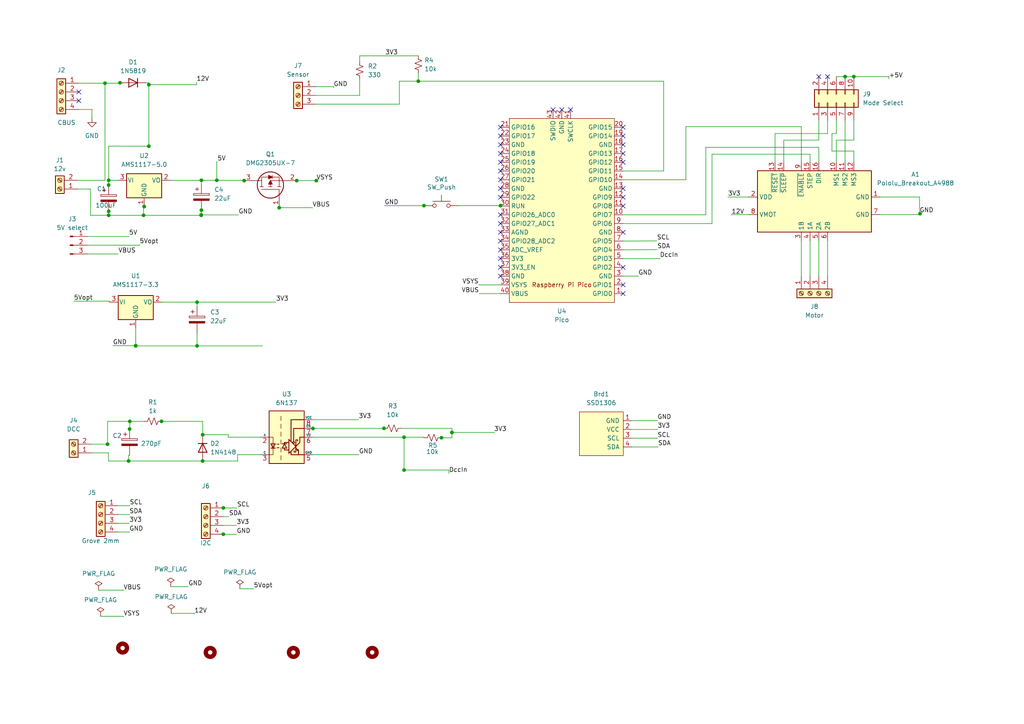
<source format=kicad_sch>
(kicad_sch (version 20211123) (generator eeschema)
  (paper "A4")
  (title_block (title "DCC Stepper Motor Drive") (date "2024-04-04") (rev "2.0") (comment 1 "1 Power supply to A4988 changed to 3v3") (comment 2 "2 Interface for sensor added") (comment 3 "3 Oled added"))
  (lib_symbols
    (symbol "Connector:Conn_01x03_Male" (pin_names (offset 1.016) hide)
      (property "Reference" "J" (at 0 5.08 0))
      (property "Value" "Conn_01x03_Male" (at 0 -5.08 0))
      (symbol "Conn_01x03_Male_1_1"
        (polyline (pts (xy 1.27 -2.54) (xy 0.8636 -2.54)) (stroke (width 0.1524)))
        (polyline (pts (xy 1.27 0) (xy 0.8636 0)) (stroke (width 0.1524)))
        (polyline (pts (xy 1.27 2.54) (xy 0.8636 2.54)) (stroke (width 0.1524)))
        (rectangle (start 0.8636 -2.413) (end 0 -2.667) (stroke (width 0.1524)) (fill (type outline)))
        (rectangle (start 0.8636 0.127) (end 0 -0.127) (stroke (width 0.1524)) (fill (type outline)))
        (rectangle (start 0.8636 2.667) (end 0 2.413) (stroke (width 0.1524)) (fill (type outline)))
        (pin passive line (at 5.08 2.54 180) (length 3.81) (name "Pin_1") (number "1"))
        (pin passive line (at 5.08 0 180) (length 3.81) (name "Pin_2") (number "2"))
        (pin passive line (at 5.08 -2.54 180) (length 3.81) (name "Pin_3") (number "3"))
      )
    )
    (symbol "Connector:Screw_Terminal_01x02" (pin_names (offset 1.016) hide)
      (property "Reference" "J" (at 0 2.54 0))
      (property "Value" "Screw_Terminal_01x02" (at 0 -5.08 0))
      (symbol "Screw_Terminal_01x02_1_1"
        (rectangle (start -1.27 1.27) (end 1.27 -3.81) (stroke (width 0.254)) (fill (type background)))
        (circle (center 0 -2.54) (radius 0.635) (stroke (width 0.1524)))
        (polyline (pts (xy -0.5334 -2.2098) (xy 0.3302 -3.048)) (stroke (width 0.1524)))
        (polyline (pts (xy -0.5334 0.3302) (xy 0.3302 -0.508)) (stroke (width 0.1524)))
        (polyline (pts (xy -0.3556 -2.032) (xy 0.508 -2.8702)) (stroke (width 0.1524)))
        (polyline (pts (xy -0.3556 0.508) (xy 0.508 -0.3302)) (stroke (width 0.1524)))
        (circle (center 0 0) (radius 0.635) (stroke (width 0.1524)))
        (pin passive line (at -5.08 0 0) (length 3.81) (name "Pin_1") (number "1"))
        (pin passive line (at -5.08 -2.54 0) (length 3.81) (name "Pin_2") (number "2"))
      )
    )
    (symbol "Connector:Screw_Terminal_01x03" (pin_names (offset 1.016) hide)
      (property "Reference" "J" (at 0 5.08 0))
      (property "Value" "Screw_Terminal_01x03" (at 0 -5.08 0))
      (symbol "Screw_Terminal_01x03_1_1"
        (rectangle (start -1.27 3.81) (end 1.27 -3.81) (stroke (width 0.254)) (fill (type background)))
        (circle (center 0 -2.54) (radius 0.635) (stroke (width 0.1524)))
        (polyline (pts (xy -0.5334 -2.2098) (xy 0.3302 -3.048)) (stroke (width 0.1524)))
        (polyline (pts (xy -0.5334 0.3302) (xy 0.3302 -0.508)) (stroke (width 0.1524)))
        (polyline (pts (xy -0.5334 2.8702) (xy 0.3302 2.032)) (stroke (width 0.1524)))
        (polyline (pts (xy -0.3556 -2.032) (xy 0.508 -2.8702)) (stroke (width 0.1524)))
        (polyline (pts (xy -0.3556 0.508) (xy 0.508 -0.3302)) (stroke (width 0.1524)))
        (polyline (pts (xy -0.3556 3.048) (xy 0.508 2.2098)) (stroke (width 0.1524)))
        (circle (center 0 0) (radius 0.635) (stroke (width 0.1524)))
        (circle (center 0 2.54) (radius 0.635) (stroke (width 0.1524)))
        (pin passive line (at -5.08 2.54 0) (length 3.81) (name "Pin_1") (number "1"))
        (pin passive line (at -5.08 0 0) (length 3.81) (name "Pin_2") (number "2"))
        (pin passive line (at -5.08 -2.54 0) (length 3.81) (name "Pin_3") (number "3"))
      )
    )
    (symbol "Connector:Screw_Terminal_01x04" (pin_names (offset 1.016) hide)
      (property "Reference" "J" (at 0 5.08 0))
      (property "Value" "Screw_Terminal_01x04" (at 0 -7.62 0))
      (symbol "Screw_Terminal_01x04_1_1"
        (rectangle (start -1.27 3.81) (end 1.27 -6.35) (stroke (width 0.254)) (fill (type background)))
        (circle (center 0 -5.08) (radius 0.635) (stroke (width 0.1524)))
        (circle (center 0 -2.54) (radius 0.635) (stroke (width 0.1524)))
        (polyline (pts (xy -0.5334 -4.7498) (xy 0.3302 -5.588)) (stroke (width 0.1524)))
        (polyline (pts (xy -0.5334 -2.2098) (xy 0.3302 -3.048)) (stroke (width 0.1524)))
        (polyline (pts (xy -0.5334 0.3302) (xy 0.3302 -0.508)) (stroke (width 0.1524)))
        (polyline (pts (xy -0.5334 2.8702) (xy 0.3302 2.032)) (stroke (width 0.1524)))
        (polyline (pts (xy -0.3556 -4.572) (xy 0.508 -5.4102)) (stroke (width 0.1524)))
        (polyline (pts (xy -0.3556 -2.032) (xy 0.508 -2.8702)) (stroke (width 0.1524)))
        (polyline (pts (xy -0.3556 0.508) (xy 0.508 -0.3302)) (stroke (width 0.1524)))
        (polyline (pts (xy -0.3556 3.048) (xy 0.508 2.2098)) (stroke (width 0.1524)))
        (circle (center 0 0) (radius 0.635) (stroke (width 0.1524)))
        (circle (center 0 2.54) (radius 0.635) (stroke (width 0.1524)))
        (pin passive line (at -5.08 2.54 0) (length 3.81) (name "Pin_1") (number "1"))
        (pin passive line (at -5.08 0 0) (length 3.81) (name "Pin_2") (number "2"))
        (pin passive line (at -5.08 -2.54 0) (length 3.81) (name "Pin_3") (number "3"))
        (pin passive line (at -5.08 -5.08 0) (length 3.81) (name "Pin_4") (number "4"))
      )
    )
    (symbol "Connector_Generic:Conn_02x05_Odd_Even" (pin_names (offset 1.016) hide)
      (property "Reference" "J" (at 1.27 7.62 0))
      (property "Value" "Conn_02x05_Odd_Even" (at 1.27 -7.62 0))
      (symbol "Conn_02x05_Odd_Even_1_1"
        (rectangle (start -1.27 -4.953) (end 0 -5.207) (stroke (width 0.1524)))
        (rectangle (start -1.27 -2.413) (end 0 -2.667) (stroke (width 0.1524)))
        (rectangle (start -1.27 0.127) (end 0 -0.127) (stroke (width 0.1524)))
        (rectangle (start -1.27 2.667) (end 0 2.413) (stroke (width 0.1524)))
        (rectangle (start -1.27 5.207) (end 0 4.953) (stroke (width 0.1524)))
        (rectangle (start -1.27 6.35) (end 3.81 -6.35) (stroke (width 0.254)) (fill (type background)))
        (rectangle (start 3.81 -4.953) (end 2.54 -5.207) (stroke (width 0.1524)))
        (rectangle (start 3.81 -2.413) (end 2.54 -2.667) (stroke (width 0.1524)))
        (rectangle (start 3.81 0.127) (end 2.54 -0.127) (stroke (width 0.1524)))
        (rectangle (start 3.81 2.667) (end 2.54 2.413) (stroke (width 0.1524)))
        (rectangle (start 3.81 5.207) (end 2.54 4.953) (stroke (width 0.1524)))
        (pin passive line (at -5.08 5.08 0) (length 3.81) (name "Pin_1") (number "1"))
        (pin passive line (at 7.62 -5.08 180) (length 3.81) (name "Pin_10") (number "10"))
        (pin passive line (at 7.62 5.08 180) (length 3.81) (name "Pin_2") (number "2"))
        (pin passive line (at -5.08 2.54 0) (length 3.81) (name "Pin_3") (number "3"))
        (pin passive line (at 7.62 2.54 180) (length 3.81) (name "Pin_4") (number "4"))
        (pin passive line (at -5.08 0 0) (length 3.81) (name "Pin_5") (number "5"))
        (pin passive line (at 7.62 0 180) (length 3.81) (name "Pin_6") (number "6"))
        (pin passive line (at -5.08 -2.54 0) (length 3.81) (name "Pin_7") (number "7"))
        (pin passive line (at 7.62 -2.54 180) (length 3.81) (name "Pin_8") (number "8"))
        (pin passive line (at -5.08 -5.08 0) (length 3.81) (name "Pin_9") (number "9"))
      )
    )
    (symbol "DMG2305UX-7:DMG2305UX-7" (pin_names (offset 0.762))
      (property "Reference" "Q" (at 11.43 3.81 0))
      (property "Value" "DMG2305UX-7" (at 11.43 1.27 0))
      (symbol "DMG2305UX-7_0_0"
        (pin passive line (at 0 0 0) (length 2.54) (name "~") (number "1"))
        (pin passive line (at 7.62 -5.08 90) (length 2.54) (name "~") (number "2"))
        (pin passive line (at 7.62 10.16 270) (length 2.54) (name "~") (number "3"))
      )
      (symbol "DMG2305UX-7_0_1"
        (polyline (pts (xy 5.842 -0.508) (xy 5.842 0.508)) (stroke (width 0.1524)))
        (polyline (pts (xy 5.842 0) (xy 7.62 0)) (stroke (width 0.1524)))
        (polyline (pts (xy 5.842 2.032) (xy 5.842 3.048)) (stroke (width 0.1524)))
        (polyline (pts (xy 5.842 5.588) (xy 5.842 4.572)) (stroke (width 0.1524)))
        (polyline (pts (xy 7.62 2.54) (xy 5.842 2.54)) (stroke (width 0.1524)))
        (polyline (pts (xy 7.62 2.54) (xy 7.62 -2.54)) (stroke (width 0.1524)))
        (polyline (pts (xy 7.62 5.08) (xy 5.842 5.08)) (stroke (width 0.1524)))
        (polyline (pts (xy 7.62 5.08) (xy 7.62 7.62)) (stroke (width 0.1524)))
        (polyline (pts (xy 8.128 2.032) (xy 9.144 2.032)) (stroke (width 0.1524)))
        (polyline (pts (xy 2.54 0) (xy 5.08 0) (xy 5.08 5.08)) (stroke (width 0.1524)))
        (polyline (pts (xy 8.636 2.032) (xy 8.636 0) (xy 7.62 0)) (stroke (width 0.1524)))
        (polyline (pts (xy 8.636 3.048) (xy 8.636 5.08) (xy 7.62 5.08)) (stroke (width 0.1524)))
        (polyline (pts (xy 7.62 2.54) (xy 6.604 3.048) (xy 6.604 2.032) (xy 7.62 2.54)) (stroke (width 0.254)) (fill (type outline)))
        (polyline (pts (xy 8.636 2.032) (xy 8.128 3.048) (xy 9.144 3.048) (xy 8.636 2.032)) (stroke (width 0.254)) (fill (type outline)))
        (circle (center 6.35 2.54) (radius 3.81) (stroke (width 0.254)))
      )
    )
    (symbol "Device:C_Polarized" (pin_numbers hide) (pin_names (offset 0.254))
      (property "Reference" "C" (at 0.635 2.54 0))
      (property "Value" "C_Polarized" (at 0.635 -2.54 0))
      (symbol "C_Polarized_0_1"
        (rectangle (start -2.286 0.508) (end 2.286 1.016))
        (polyline (pts (xy -1.778 2.286) (xy -0.762 2.286)))
        (polyline (pts (xy -1.27 2.794) (xy -1.27 1.778)))
        (rectangle (start 2.286 -0.508) (end -2.286 -1.016) (fill (type outline)))
      )
      (symbol "C_Polarized_1_1"
        (pin passive line (at 0 3.81 270) (length 2.794) (name "~") (number "1"))
        (pin passive line (at 0 -3.81 90) (length 2.794) (name "~") (number "2"))
      )
    )
    (symbol "Device:R_Small_US" (pin_numbers hide) (pin_names (offset 0.254) hide)
      (property "Reference" "R" (at 0.762 0.508 0))
      (property "Value" "R_Small_US" (at 0.762 -1.016 0))
      (symbol "R_Small_US_1_1"
        (polyline (pts (xy 0 0) (xy 1.016 -0.381) (xy 0 -0.762) (xy -1.016 -1.143) (xy 0 -1.524)))
        (polyline (pts (xy 0 1.524) (xy 1.016 1.143) (xy 0 0.762) (xy -1.016 0.381) (xy 0 0)))
        (pin passive line (at 0 2.54 270) (length 1.016) (name "~") (number "1"))
        (pin passive line (at 0 -2.54 90) (length 1.016) (name "~") (number "2"))
      )
    )
    (symbol "Diode:1N4004" (pin_numbers hide) (pin_names hide)
      (property "Reference" "D" (at 0 2.54 0))
      (property "Value" "1N4004" (at 0 -2.54 0))
      (symbol "1N4004_0_1"
        (polyline (pts (xy -1.27 1.27) (xy -1.27 -1.27)) (stroke (width 0.254)))
        (polyline (pts (xy 1.27 0) (xy -1.27 0)))
        (polyline (pts (xy 1.27 1.27) (xy 1.27 -1.27) (xy -1.27 0) (xy 1.27 1.27)) (stroke (width 0.254)))
      )
      (symbol "1N4004_1_1"
        (pin passive line (at -3.81 0 0) (length 2.54) (name "K") (number "1"))
        (pin passive line (at 3.81 0 180) (length 2.54) (name "A") (number "2"))
      )
    )
    (symbol "Diode:1N4148" (pin_numbers hide) (pin_names hide)
      (property "Reference" "D" (at 0 2.54 0))
      (property "Value" "1N4148" (at 0 -2.54 0))
      (symbol "1N4148_0_1"
        (polyline (pts (xy -1.27 1.27) (xy -1.27 -1.27)) (stroke (width 0.254)))
        (polyline (pts (xy 1.27 0) (xy -1.27 0)))
        (polyline (pts (xy 1.27 1.27) (xy 1.27 -1.27) (xy -1.27 0) (xy 1.27 1.27)) (stroke (width 0.254)))
      )
      (symbol "1N4148_1_1"
        (pin passive line (at -3.81 0 0) (length 2.54) (name "K") (number "1"))
        (pin passive line (at 3.81 0 180) (length 2.54) (name "A") (number "2"))
      )
    )
    (symbol "Driver_Motor:Pololu_Breakout_A4988"
      (property "Reference" "A" (at -2.54 19.05 0))
      (property "Value" "Pololu_Breakout_A4988" (at -2.54 16.51 0))
      (symbol "Pololu_Breakout_A4988_0_1"
        (rectangle (start 10.16 -17.78) (end -7.62 15.24) (stroke (width 0.254)) (fill (type background)))
      )
      (symbol "Pololu_Breakout_A4988_1_1"
        (pin power_in line (at 0 -20.32 90) (length 2.54) (name "GND") (number "1"))
        (pin input line (at -10.16 -7.62 0) (length 2.54) (name "MS1") (number "10"))
        (pin input line (at -10.16 -10.16 0) (length 2.54) (name "MS2") (number "11"))
        (pin input line (at -10.16 -12.7 0) (length 2.54) (name "MS3") (number "12"))
        (pin input line (at -10.16 10.16 0) (length 2.54) (name "~{RESET}") (number "13"))
        (pin input line (at -10.16 7.62 0) (length 2.54) (name "~{SLEEP}") (number "14"))
        (pin input line (at -10.16 0 0) (length 2.54) (name "STEP") (number "15"))
        (pin input line (at -10.16 -2.54 0) (length 2.54) (name "DIR") (number "16"))
        (pin power_in line (at 0 17.78 270) (length 2.54) (name "VDD") (number "2"))
        (pin output line (at 12.7 2.54 180) (length 2.54) (name "1B") (number "3"))
        (pin output line (at 12.7 0 180) (length 2.54) (name "1A") (number "4"))
        (pin output line (at 12.7 -2.54 180) (length 2.54) (name "2A") (number "5"))
        (pin output line (at 12.7 -5.08 180) (length 2.54) (name "2B") (number "6"))
        (pin power_in line (at 5.08 -20.32 90) (length 2.54) (name "GND") (number "7"))
        (pin power_in line (at 5.08 17.78 270) (length 2.54) (name "VMOT") (number "8"))
        (pin input line (at -10.16 2.54 0) (length 2.54) (name "~{ENABLE}") (number "9"))
      )
    )
    (symbol "Isolator:6N137" (pin_names (offset 0))
      (property "Reference" "U" (at -4.064 8.89 0))
      (property "Value" "6N137" (at 0 -8.89 0))
      (symbol "6N137_0_1"
        (polyline (pts (xy 2.667 -3.556) (xy 2.667 -1.651)) (stroke (width 0.254)))
        (polyline (pts (xy 2.667 -2.159) (xy 2.667 -2.921)) (stroke (width 0.254)))
        (polyline (pts (xy 3.429 -3.937) (xy 3.429 -5.08)) (stroke (width 0.254)))
        (polyline (pts (xy -0.635 -3.302) (xy -0.635 -3.683) (xy 0.635 -3.683)) (stroke (width 0.254)))
        (polyline (pts (xy -0.635 -1.905) (xy -0.635 -1.524) (xy 0.508 -1.524)) (stroke (width 0.254)))
        (polyline (pts (xy 1.27 -4.064) (xy 1.27 -5.08) (xy 5.08 -5.08)) (stroke (width 0.254)))
        (polyline (pts (xy 1.27 -1.27) (xy 1.27 5.08) (xy 5.08 5.08)) (stroke (width 0.254)))
        (polyline (pts (xy 2.032 -1.27) (xy 2.032 2.54) (xy 5.08 2.54)) (stroke (width 0.254)))
        (polyline (pts (xy -5.08 -5.08) (xy -3.937 -5.08) (xy -3.937 0) (xy -5.08 0)))
        (polyline (pts (xy 2.667 -3.302) (xy 2.667 -4.318) (xy 2.159 -4.318) (xy 2.159 -3.937)) (stroke (width 0.254)))
        (polyline (pts (xy 2.667 -2.667) (xy 0.635 -4.699) (xy 0.635 -0.635) (xy 2.667 -2.667)) (stroke (width 0.254)))
        (polyline (pts (xy 2.667 -1.778) (xy 2.667 -0.762) (xy 3.175 -0.762) (xy 3.175 -1.143)) (stroke (width 0.254)))
        (polyline (pts (xy 2.794 -2.54) (xy 3.81 -1.524) (xy 3.81 0) (xy 5.08 0)) (stroke (width 0.254)))
        (polyline (pts (xy 2.667 -3.175) (xy 3.429 -3.937) (xy 3.302 -3.556) (xy 3.048 -3.81) (xy 3.429 -3.937)) (stroke (width 0.254)))
        (circle (center 2.032 -1.524) (radius 0.254) (stroke (width 0.254)))
      )
      (symbol "6N137_1_1"
        (rectangle (start -5.08 7.62) (end 5.08 -7.62) (stroke (width 0.254)) (fill (type background)))
        (polyline (pts (xy -4.572 -3.175) (xy -3.302 -3.175)) (stroke (width 0.254)))
        (polyline (pts (xy -1.651 -5.334) (xy -1.651 -6.604)))
        (polyline (pts (xy -1.651 -3.048) (xy -1.651 -4.318)))
        (polyline (pts (xy -1.651 -0.762) (xy -1.651 -2.032)))
        (polyline (pts (xy -1.651 1.524) (xy -1.651 0.254)))
        (polyline (pts (xy -1.651 3.81) (xy -1.651 2.54)))
        (polyline (pts (xy -1.651 6.096) (xy -1.651 4.826)))
        (polyline (pts (xy -1.27 -1.905) (xy 0 -1.905)) (stroke (width 0.254)))
        (polyline (pts (xy -3.937 -3.175) (xy -4.572 -1.905) (xy -3.302 -1.905) (xy -3.937 -3.175)) (stroke (width 0.254)))
        (polyline (pts (xy -0.635 -1.905) (xy -1.27 -3.175) (xy 0 -3.175) (xy -0.635 -1.905)) (stroke (width 0.254)))
        (polyline (pts (xy -2.921 -3.048) (xy -2.159 -3.048) (xy -2.54 -3.175) (xy -2.54 -2.921) (xy -2.159 -3.048)) (stroke (width 0.127)))
        (polyline (pts (xy -2.921 -2.032) (xy -2.159 -2.032) (xy -2.54 -2.159) (xy -2.54 -1.905) (xy -2.159 -2.032)) (stroke (width 0.127)))
        (pin no_connect line (at -5.08 5.08 0) (length 2.54) hide (name "NC") (number "1"))
        (pin passive line (at -7.62 0 0) (length 2.54) (name "A") (number "2"))
        (pin passive line (at -7.62 -5.08 0) (length 2.54) (name "C") (number "3"))
        (pin power_in line (at 7.62 -5.08 180) (length 2.54) (name "GND") (number "5"))
        (pin open_collector line (at 7.62 0 180) (length 2.54) (name "VO") (number "6"))
        (pin input line (at 7.62 2.54 180) (length 2.54) (name "EN") (number "7"))
        (pin power_in line (at 7.62 5.08 180) (length 2.54) (name "VCC") (number "8"))
      )
    )
    (symbol "MCU_RaspberryPi_and_Boards:Pico"
      (property "Reference" "U" (at -13.97 27.94 0))
      (property "Value" "Pico" (at 0 19.05 0))
      (symbol "Pico_0_0"
        (text "Raspberry Pi Pico" (at 0 21.59 0) (effects (font (size 1.27 1.27))))
      )
      (symbol "Pico_0_1"
        (rectangle (start -15.24 26.67) (end 15.24 -26.67) (fill (type background)))
      )
      (symbol "Pico_1_1"
        (pin bidirectional line (at -17.78 24.13 0) (length 2.54) (name "GPIO0") (number "1"))
        (pin bidirectional line (at -17.78 1.27 0) (length 2.54) (name "GPIO7") (number "10"))
        (pin bidirectional line (at -17.78 -1.27 0) (length 2.54) (name "GPIO8") (number "11"))
        (pin bidirectional line (at -17.78 -3.81 0) (length 2.54) (name "GPIO9") (number "12"))
        (pin power_in line (at -17.78 -6.35 0) (length 2.54) (name "GND") (number "13"))
        (pin bidirectional line (at -17.78 -8.89 0) (length 2.54) (name "GPIO10") (number "14"))
        (pin bidirectional line (at -17.78 -11.43 0) (length 2.54) (name "GPIO11") (number "15"))
        (pin bidirectional line (at -17.78 -13.97 0) (length 2.54) (name "GPIO12") (number "16"))
        (pin bidirectional line (at -17.78 -16.51 0) (length 2.54) (name "GPIO13") (number "17"))
        (pin power_in line (at -17.78 -19.05 0) (length 2.54) (name "GND") (number "18"))
        (pin bidirectional line (at -17.78 -21.59 0) (length 2.54) (name "GPIO14") (number "19"))
        (pin bidirectional line (at -17.78 21.59 0) (length 2.54) (name "GPIO1") (number "2"))
        (pin bidirectional line (at -17.78 -24.13 0) (length 2.54) (name "GPIO15") (number "20"))
        (pin bidirectional line (at 17.78 -24.13 180) (length 2.54) (name "GPIO16") (number "21"))
        (pin bidirectional line (at 17.78 -21.59 180) (length 2.54) (name "GPIO17") (number "22"))
        (pin power_in line (at 17.78 -19.05 180) (length 2.54) (name "GND") (number "23"))
        (pin bidirectional line (at 17.78 -16.51 180) (length 2.54) (name "GPIO18") (number "24"))
        (pin bidirectional line (at 17.78 -13.97 180) (length 2.54) (name "GPIO19") (number "25"))
        (pin bidirectional line (at 17.78 -11.43 180) (length 2.54) (name "GPIO20") (number "26"))
        (pin bidirectional line (at 17.78 -8.89 180) (length 2.54) (name "GPIO21") (number "27"))
        (pin power_in line (at 17.78 -6.35 180) (length 2.54) (name "GND") (number "28"))
        (pin bidirectional line (at 17.78 -3.81 180) (length 2.54) (name "GPIO22") (number "29"))
        (pin power_in line (at -17.78 19.05 0) (length 2.54) (name "GND") (number "3"))
        (pin input line (at 17.78 -1.27 180) (length 2.54) (name "RUN") (number "30"))
        (pin bidirectional line (at 17.78 1.27 180) (length 2.54) (name "GPIO26_ADC0") (number "31"))
        (pin bidirectional line (at 17.78 3.81 180) (length 2.54) (name "GPIO27_ADC1") (number "32"))
        (pin power_in line (at 17.78 6.35 180) (length 2.54) (name "AGND") (number "33"))
        (pin bidirectional line (at 17.78 8.89 180) (length 2.54) (name "GPIO28_ADC2") (number "34"))
        (pin power_in line (at 17.78 11.43 180) (length 2.54) (name "ADC_VREF") (number "35"))
        (pin power_in line (at 17.78 13.97 180) (length 2.54) (name "3V3") (number "36"))
        (pin input line (at 17.78 16.51 180) (length 2.54) (name "3V3_EN") (number "37"))
        (pin bidirectional line (at 17.78 19.05 180) (length 2.54) (name "GND") (number "38"))
        (pin power_in line (at 17.78 21.59 180) (length 2.54) (name "VSYS") (number "39"))
        (pin bidirectional line (at -17.78 16.51 0) (length 2.54) (name "GPIO2") (number "4"))
        (pin power_in line (at 17.78 24.13 180) (length 2.54) (name "VBUS") (number "40"))
        (pin input line (at -2.54 -29.21 90) (length 2.54) (name "SWCLK") (number "41"))
        (pin power_in line (at 0 -29.21 90) (length 2.54) (name "GND") (number "42"))
        (pin bidirectional line (at 2.54 -29.21 90) (length 2.54) (name "SWDIO") (number "43"))
        (pin bidirectional line (at -17.78 13.97 0) (length 2.54) (name "GPIO3") (number "5"))
        (pin bidirectional line (at -17.78 11.43 0) (length 2.54) (name "GPIO4") (number "6"))
        (pin bidirectional line (at -17.78 8.89 0) (length 2.54) (name "GPIO5") (number "7"))
        (pin power_in line (at -17.78 6.35 0) (length 2.54) (name "GND") (number "8"))
        (pin bidirectional line (at -17.78 3.81 0) (length 2.54) (name "GPIO6") (number "9"))
      )
    )
    (symbol "Mechanical:MountingHole" (pin_names (offset 1.016))
      (property "Reference" "H" (at 0 5.08 0))
      (property "Value" "MountingHole" (at 0 3.175 0))
      (symbol "MountingHole_0_1"
        (circle (center 0 0) (radius 1.27) (stroke (width 1.27)))
      )
    )
    (symbol "Regulator_Linear:AMS1117-3.3" (pin_names (offset 0.254))
      (property "Reference" "U" (at -3.81 3.175 0))
      (property "Value" "AMS1117-3.3" (at 0 3.175 0))
      (symbol "AMS1117-3.3_0_1"
        (rectangle (start -5.08 -5.08) (end 5.08 1.905) (stroke (width 0.254)) (fill (type background)))
      )
      (symbol "AMS1117-3.3_1_1"
        (pin power_in line (at 0 -7.62 90) (length 2.54) (name "GND") (number "1"))
        (pin power_out line (at 7.62 0 180) (length 2.54) (name "VO") (number "2"))
        (pin power_in line (at -7.62 0 0) (length 2.54) (name "VI") (number "3"))
      )
    )
    (symbol "Regulator_Linear:AMS1117-5.0" (pin_names (offset 0.254))
      (property "Reference" "U" (at -3.81 3.175 0))
      (property "Value" "AMS1117-5.0" (at 0 3.175 0))
      (symbol "AMS1117-5.0_0_1"
        (rectangle (start -5.08 -5.08) (end 5.08 1.905) (stroke (width 0.254)) (fill (type background)))
      )
      (symbol "AMS1117-5.0_1_1"
        (pin power_in line (at 0 -7.62 90) (length 2.54) (name "GND") (number "1"))
        (pin power_out line (at 7.62 0 180) (length 2.54) (name "VO") (number "2"))
        (pin power_in line (at -7.62 0 0) (length 2.54) (name "VI") (number "3"))
      )
    )
    (symbol "SSD1306-128x64_OLED:SSD1306" (pin_names (offset 1.016))
      (property "Reference" "Brd" (at 0 -3.81 0))
      (property "Value" "SSD1306" (at 0 -1.27 0))
      (symbol "SSD1306_0_1"
        (rectangle (start -6.35 6.35) (end 6.35 -6.35) (fill (type background)))
      )
      (symbol "SSD1306_1_1"
        (pin input line (at -3.81 8.89 270) (length 2.54) (name "GND") (number "1"))
        (pin input line (at -1.27 8.89 270) (length 2.54) (name "VCC") (number "2"))
        (pin input line (at 1.27 8.89 270) (length 2.54) (name "SCL") (number "3"))
        (pin input line (at 3.81 8.89 270) (length 2.54) (name "SDA") (number "4"))
      )
    )
    (symbol "Switch:SW_Push" (pin_numbers hide) (pin_names (offset 1.016) hide)
      (property "Reference" "SW" (at 1.27 2.54 0))
      (property "Value" "SW_Push" (at 0 -1.524 0))
      (symbol "SW_Push_0_1"
        (circle (center -2.032 0) (radius 0.508))
        (polyline (pts (xy 0 1.27) (xy 0 3.048)))
        (polyline (pts (xy 2.54 1.27) (xy -2.54 1.27)))
        (circle (center 2.032 0) (radius 0.508))
        (pin passive line (at -5.08 0 0) (length 2.54) (name "1") (number "1"))
        (pin passive line (at 5.08 0 180) (length 2.54) (name "2") (number "2"))
      )
    )
    (symbol "power:GND" (power) (pin_names (offset 0))
      (property "Value" "GND" (at 0 -3.81 0))
      (symbol "GND_0_1"
        (polyline (pts (xy 0 0) (xy 0 -1.27) (xy 1.27 -1.27) (xy 0 -2.54) (xy -1.27 -1.27) (xy 0 -1.27)))
      )
      (symbol "GND_1_1"
        (pin power_in line (at 0 0 270) (length 0) hide (name "GND") (number "1"))
      )
    )
    (symbol "power:PWR_FLAG" (power) (pin_numbers hide) (pin_names (offset 0) hide)
      (property "Value" "PWR_FLAG" (at 0 3.81 0))
      (symbol "PWR_FLAG_0_0"
        (pin power_out line (at 0 0 90) (length 0) (name "pwr") (number "1"))
      )
      (symbol "PWR_FLAG_0_1"
        (polyline (pts (xy 0 0) (xy 0 1.27) (xy -1.016 1.905) (xy 0 2.54) (xy 1.016 1.905) (xy 0 1.27)))
      )
    )
  )
  (junction (at 39.37 100.254))
  (junction (at 41.8109 59.9123))
  (junction (at 91.7448 52.3853))
  (junction (at 245.11 22.225))
  (junction (at 30.4493 24.13))
  (junction (at 70.8113 52.3853))
  (junction (at 31.5215 62.4451))
  (junction (at 266.8544 61.976))
  (junction (at 39.37 100.33))
  (junction (at 34.8084 24.0044))
  (junction (at 57.15 100.33))
  (junction (at 31.515 53.6627))
  (junction (at 58.777 126.09))
  (junction (at 64.77 147.32))
  (junction (at 31.1947 128.8215))
  (junction (at 31.5215 52.2923))
  (junction (at 58.777 133.71))
  (junction (at 62.8797 52.2923))
  (junction (at 46.8493 122.2061))
  (junction (at 41.6327 62.4451))
  (junction (at 37.649 122.2061))
  (junction (at 43.1726 24.5656))
  (junction (at 247.65 22.225))
  (junction (at 128.0486 126.9603))
  (junction (at 80.9713 60.2435))
  (junction (at 58.42 52.2923))
  (junction (at 90.7627 124.2657))
  (junction (at 131.077 125.4217))
  (junction (at 43.1726 42.3957))
  (junction (at 37.5804 124.4384))
  (junction (at 31.515 61.2827))
  (junction (at 122.9589 59.646))
  (junction (at 37.3057 133.71))
  (junction (at 145.1614 59.6484))
  (junction (at 64.77 154.94))
  (junction (at 121.3322 23.5497))
  (junction (at 58.3449 62.3352))
  (junction (at 86.0513 52.3853))
  (junction (at 57.15 87.63))
  (junction (at 117.1897 136.3294))
  (junction (at 58.3449 62.4451))
  (junction (at 58.42 60.96))
  (junction (at 111.3621 124.2386))
  (junction (at 117.1897 126.8057))
  (no_connect (at 145.1614 41.9818))
  (no_connect (at 145.1614 57.2218))
  (no_connect (at 145.1614 36.9018))
  (no_connect (at 145.1614 77.5418))
  (no_connect (at 180.7214 47.0618))
  (no_connect (at 145.1614 67.3818))
  (no_connect (at 165.4814 31.8218))
  (no_connect (at 145.1614 44.5218))
  (no_connect (at 145.1614 52.1418))
  (no_connect (at 145.1614 72.4618))
  (no_connect (at 180.7214 85.1618))
  (no_connect (at 22.86 26.67))
  (no_connect (at 180.7214 41.9818))
  (no_connect (at 145.1614 69.9218))
  (no_connect (at 145.1614 80.0818))
  (no_connect (at 145.1614 64.8418))
  (no_connect (at 237.49 22.225))
  (no_connect (at 180.7214 82.6218))
  (no_connect (at 162.9414 31.8218))
  (no_connect (at 180.7214 77.5418))
  (no_connect (at 22.86 29.21))
  (no_connect (at 145.1614 54.6818))
  (no_connect (at 160.4014 31.8218))
  (no_connect (at 145.1614 47.0618))
  (no_connect (at 180.7214 57.2218))
  (no_connect (at 145.1614 39.4418))
  (no_connect (at 180.7214 44.5218))
  (no_connect (at 145.1614 75.0018))
  (no_connect (at 180.7214 59.7618))
  (no_connect (at 180.7214 67.3818))
  (no_connect (at 145.1614 62.3018))
  (no_connect (at 145.1614 49.6018))
  (no_connect (at 240.03 22.225))
  (no_connect (at 180.7214 36.9018))
  (no_connect (at 180.7214 54.6818))
  (no_connect (at 180.7214 39.4418))
  (wire (pts (xy 49.6629 177.9022) (xy 56.3645 177.9022)))
  (wire (pts (xy 43.1726 24.5656) (xy 43.1726 42.3957)))
  (wire (pts (xy 30.4493 24.13) (xy 30.4493 52.2905)))
  (wire (pts (xy 104.3173 17.9161) (xy 104.3173 16.1975)))
  (wire (pts (xy 190.8281 129.6385) (xy 190.8281 129.5532)))
  (wire (pts (xy 138.8415 82.6218) (xy 145.1614 82.6218)))
  (wire (pts (xy 206.5107 44.7196) (xy 206.5107 64.8418)))
  (wire (pts (xy 245.11 34.925) (xy 245.11 46.99)))
  (wire (pts (xy 68.6141 154.987) (xy 64.77 154.987)))
  (wire (pts (xy 29.158 178.7396) (xy 35.8026 178.7396)))
  (wire (pts (xy 66.2318 126.09) (xy 58.777 126.09)))
  (wire (pts (xy 30.4493 24.13) (xy 34.9655 24.13)))
  (wire (pts (xy 91.7448 52.2804) (xy 91.7448 52.3853)))
  (wire (pts (xy 217.17 62.23) (xy 212.1651 62.23)))
  (wire (pts (xy 68.9137 131.8857) (xy 68.9137 133.71)))
  (wire (pts (xy 22.4319 52.2905) (xy 30.4493 52.2905)))
  (wire (pts (xy 69.5822 170.7691) (xy 73.5545 170.7691)))
  (wire (pts (xy 86.0513 52.3922) (xy 86.0513 52.3853)))
  (wire (pts (xy 180.7214 72.4618) (xy 190.6195 72.3977)))
  (wire (pts (xy 70.8113 52.2923) (xy 70.8113 52.3853)))
  (wire (pts (xy 56.3645 177.9022) (xy 56.3645 178.0986)))
  (wire (pts (xy 133.1189 59.646) (xy 145.1614 59.646)))
  (wire (pts (xy 183.2952 124.5585) (xy 190.6588 124.5585)))
  (wire (pts (xy 37.3057 132.0584) (xy 37.5804 132.0584)))
  (wire (pts (xy 25.4 68.58) (xy 37.3926 68.58)))
  (wire (pts (xy 57.15 100.33) (xy 76.2 100.33)))
  (wire (pts (xy 138.9468 85.1618) (xy 145.1614 85.1618)))
  (wire (pts (xy 255.27 62.23) (xy 266.8544 62.23)))
  (wire (pts (xy 26.67 31.75) (xy 26.67 34.29)))
  (wire (pts (xy 31.4487 131.3615) (xy 26.4374 131.3615)))
  (wire (pts (xy 121.3322 23.5497) (xy 115.8324 23.5497)))
  (wire (pts (xy 64.77 147.3282) (xy 64.77 147.32)))
  (wire (pts (xy 198.9334 52.1418) (xy 180.7214 52.1418)))
  (wire (pts (xy 37.3057 133.71) (xy 37.3057 132.0584)))
  (wire (pts (xy 66.2318 126.8057) (xy 66.2318 126.09)))
  (wire (pts (xy 34.29 149.225) (xy 37.4893 149.225)))
  (wire (pts (xy 190.6588 127.0985) (xy 190.6588 127.1829)))
  (wire (pts (xy 49.53 170.18) (xy 54.61 170.18)))
  (wire (pts (xy 117.1897 136.3294) (xy 117.1897 136.4986)))
  (wire (pts (xy 104.3173 27.6746) (xy 104.3173 22.9961)))
  (wire (pts (xy 37.649 124.4384) (xy 37.5804 124.4384)))
  (wire (pts (xy 46.99 87.63) (xy 57.15 87.63)))
  (wire (pts (xy 31.5215 62.4451) (xy 41.6327 62.4451)))
  (wire (pts (xy 68.7162 147.3282) (xy 64.77 147.3282)))
  (wire (pts (xy 91.5231 25.1346) (xy 96.7551 25.1346)))
  (wire (pts (xy 39.37 100.33) (xy 57.15 100.33)))
  (wire (pts (xy 103.9736 121.7257) (xy 103.9736 121.686)))
  (wire (pts (xy 58.3449 62.3352) (xy 58.3449 62.4451)))
  (wire (pts (xy 37.4552 151.765) (xy 37.4552 151.7627)))
  (wire (pts (xy 90.7627 126.8057) (xy 117.1897 126.8057)))
  (wire (pts (xy 39.37 95.25) (xy 39.37 100.254)))
  (wire (pts (xy 62.8797 52.2923) (xy 70.8113 52.2923)))
  (wire (pts (xy 41.8109 59.9123) (xy 41.8606 59.9123)))
  (wire (pts (xy 180.7214 64.8418) (xy 206.5107 64.8418)))
  (wire (pts (xy 241.3 43.815) (xy 241.3 38.735)))
  (wire (pts (xy 180.7214 80.0818) (xy 185.1197 80.0818)))
  (wire (pts (xy 224.79 38.735) (xy 240.03 38.735)))
  (wire (pts (xy 62.8797 52.2923) (xy 62.8797 46.9648)))
  (wire (pts (xy 192.4852 23.5497) (xy 192.4852 49.6018)))
  (wire (pts (xy 35.8026 171.1722) (xy 35.8026 171.3567)))
  (wire (pts (xy 240.03 38.735) (xy 240.03 34.925)))
  (wire (pts (xy 43.1726 42.3957) (xy 43.3297 42.3957)))
  (wire (pts (xy 237.49 42.7201) (xy 237.49 46.99)))
  (wire (pts (xy 180.7214 62.3018) (xy 204.7216 62.3018)))
  (wire (pts (xy 69.1638 62.3352) (xy 58.3449 62.3352)))
  (wire (pts (xy 31.4487 133.71) (xy 37.3057 133.71)))
  (wire (pts (xy 116.4421 124.2386) (xy 131.077 124.2386)))
  (wire (pts (xy 90.6042 60.2435) (xy 90.6042 60.3334)))
  (wire (pts (xy 130.1994 136.3294) (xy 130.1994 137.2945)))
  (wire (pts (xy 80.9713 60.0053) (xy 80.9713 60.2435)))
  (wire (pts (xy 183.2952 127.0985) (xy 190.6588 127.0985)))
  (wire (pts (xy 80.9713 60.2435) (xy 80.9713 60.3264)))
  (wire (pts (xy 80.9713 60.2435) (xy 90.6042 60.2435)))
  (wire (pts (xy 192.4852 49.6018) (xy 180.7214 49.6018)))
  (wire (pts (xy 91.5231 27.6746) (xy 104.3173 27.6746)))
  (wire (pts (xy 26.2356 54.8305) (xy 26.2356 62.4451)))
  (wire (pts (xy 46.7654 122.2061) (xy 46.8493 122.2061)))
  (wire (pts (xy 91.7448 52.3853) (xy 91.7448 52.4764)))
  (wire (pts (xy 86.0513 52.3853) (xy 91.7448 52.3853)))
  (wire (pts (xy 185.1197 80.0818) (xy 185.1197 80.0791)))
  (wire (pts (xy 131.077 125.4217) (xy 131.077 126.9774)))
  (wire (pts (xy 131.077 124.2386) (xy 131.077 125.4217)))
  (wire (pts (xy 58.3449 60.96) (xy 58.3449 62.3352)))
  (wire (pts (xy 43.3297 42.3957) (xy 31.5215 42.3849)))
  (wire (pts (xy 57.15 96.52) (xy 57.15 100.33)))
  (wire (pts (xy 22.86 31.75) (xy 26.67 31.75)))
  (wire (pts (xy 35.8026 178.7396) (xy 35.8026 178.9242)))
  (wire (pts (xy 66.3965 149.86) (xy 64.77 149.86)))
  (wire (pts (xy 64.77 154.987) (xy 64.77 154.94)))
  (wire (pts (xy 111.514 59.6484) (xy 122.9589 59.6484)))
  (wire (pts (xy 31.75 87.3496) (xy 31.75 87.63)))
  (wire (pts (xy 58.777 126.2253) (xy 58.777 126.09)))
  (wire (pts (xy 34.29 151.765) (xy 37.4552 151.765)))
  (wire (pts (xy 245.11 22.225) (xy 247.65 22.225)))
  (wire (pts (xy 257.81 22.225) (xy 257.81 22.86)))
  (wire (pts (xy 192.4852 23.5497) (xy 121.3322 23.5497)))
  (wire (pts (xy 204.7216 42.7201) (xy 204.7216 62.3018)))
  (wire (pts (xy 240.03 69.85) (xy 240.03 80.01)))
  (wire (pts (xy 31.5215 52.2923) (xy 31.5215 53.6627)))
  (wire (pts (xy 131.077 126.9774) (xy 128.0486 126.9774)))
  (wire (pts (xy 237.49 40.64) (xy 227.33 40.64)))
  (wire (pts (xy 58.3449 60.96) (xy 58.42 60.96)))
  (wire (pts (xy 190.6588 122.0185) (xy 190.6588 121.9344)))
  (wire (pts (xy 266.7 61.976) (xy 266.8544 61.976)))
  (wire (pts (xy 247.65 22.225) (xy 257.81 22.225)))
  (wire (pts (xy 145.1614 59.646) (xy 145.1614 59.6484)))
  (wire (pts (xy 111.3621 124.2657) (xy 111.3621 124.2386)))
  (wire (pts (xy 31.5215 42.3849) (xy 31.5215 52.2923)))
  (wire (pts (xy 31.5215 52.2923) (xy 34.1909 52.2923)))
  (wire (pts (xy 34.9655 24.13) (xy 34.8084 24.0044)))
  (wire (pts (xy 41.6327 59.9123) (xy 41.8109 59.9123)))
  (wire (pts (xy 58.42 52.2923) (xy 62.8797 52.2923)))
  (wire (pts (xy 25.4 73.66) (xy 34.29 73.66)))
  (wire (pts (xy 115.8324 23.5497) (xy 115.8324 30.2146)))
  (wire (pts (xy 32.7226 100.254) (xy 39.37 100.254)))
  (wire (pts (xy 266.8544 62.23) (xy 266.8544 61.976)))
  (wire (pts (xy 22.4319 54.8305) (xy 26.2356 54.8305)))
  (wire (pts (xy 96.7551 25.1346) (xy 96.7551 25.4022)))
  (wire (pts (xy 57.15 87.63) (xy 80.01 87.63)))
  (wire (pts (xy 183.2952 122.0185) (xy 190.6588 122.0185)))
  (wire (pts (xy 190.6588 124.5585) (xy 190.6588 124.474)))
  (wire (pts (xy 211.1113 57.15) (xy 217.17 57.15)))
  (wire (pts (xy 22.86 24.13) (xy 30.4493 24.13)))
  (wire (pts (xy 75.5227 126.8057) (xy 66.2318 126.8057)))
  (wire (pts (xy 68.9137 133.71) (xy 58.777 133.71)))
  (wire (pts (xy 37.649 122.2061) (xy 31.1947 122.2061)))
  (wire (pts (xy 115.8324 30.2146) (xy 91.5231 30.2146)))
  (wire (pts (xy 224.79 46.99) (xy 224.79 38.735)))
  (wire (pts (xy 237.49 34.925) (xy 237.49 40.64)))
  (wire (pts (xy 62.8797 46.9648) (xy 63.0213 46.9648)))
  (wire (pts (xy 41.6327 62.4451) (xy 41.6327 59.9123)))
  (wire (pts (xy 237.49 69.85) (xy 237.49 80.01)))
  (wire (pts (xy 145.1614 59.6484) (xy 145.1614 59.7618)))
  (wire (pts (xy 31.5215 53.6627) (xy 31.515 53.6627)))
  (wire (pts (xy 198.9334 36.7214) (xy 198.9334 52.1418)))
  (wire (pts (xy 21.3957 87.3496) (xy 31.75 87.3496)))
  (wire (pts (xy 241.3 38.735) (xy 242.57 38.735)))
  (wire (pts (xy 232.41 69.85) (xy 232.41 80.01)))
  (wire (pts (xy 247.65 43.815) (xy 241.3 43.815)))
  (wire (pts (xy 234.95 44.7196) (xy 234.95 46.99)))
  (wire (pts (xy 242.57 46.99) (xy 242.57 40.64)))
  (wire (pts (xy 266.8544 61.976) (xy 266.954 61.976)))
  (wire (pts (xy 57.15 87.63) (xy 57.15 88.9)))
  (wire (pts (xy 26.2356 62.4451) (xy 31.5215 62.4451)))
  (wire (pts (xy 183.2952 129.6385) (xy 190.8281 129.6385)))
  (wire (pts (xy 122.9686 126.8057) (xy 122.9686 126.9603)))
  (wire (pts (xy 41.6327 62.4451) (xy 58.3449 62.4451)))
  (wire (pts (xy 232.41 36.7214) (xy 232.41 46.99)))
  (wire (pts (xy 180.7214 69.9218) (xy 190.5142 69.8719)))
  (wire (pts (xy 237.49 42.7201) (xy 204.7216 42.7201)))
  (wire (pts (xy 34.29 154.305) (xy 37.4893 154.305)))
  (wire (pts (xy 117.1897 126.8057) (xy 122.9686 126.8057)))
  (wire (pts (xy 232.41 36.7214) (xy 198.9334 36.7214)))
  (wire (pts (xy 37.649 122.2061) (xy 37.649 124.4384)))
  (wire (pts (xy 212.1651 62.23) (xy 212.1651 62.3715)))
  (wire (pts (xy 90.7627 131.8857) (xy 104.0798 131.8857)))
  (wire (pts (xy 31.1947 122.2061) (xy 31.1947 128.8215)))
  (wire (pts (xy 191.3561 75.0018) (xy 191.3561 74.93)))
  (wire (pts (xy 40.4432 71.12) (xy 40.4432 70.959)))
  (wire (pts (xy 255.27 57.15) (xy 266.7 57.15)))
  (wire (pts (xy 31.4487 133.71) (xy 31.4487 131.3615)))
  (wire (pts (xy 117.1897 126.8057) (xy 117.1897 136.3294)))
  (wire (pts (xy 247.65 40.64) (xy 247.65 34.925)))
  (wire (pts (xy 56.9768 24.5656) (xy 56.9768 23.8577)))
  (wire (pts (xy 90.7627 121.7257) (xy 103.9736 121.7257)))
  (wire (pts (xy 31.5215 62.4451) (xy 31.5215 61.2827)))
  (wire (pts (xy 122.9589 59.6484) (xy 122.9589 59.646)))
  (wire (pts (xy 58.42 52.2923) (xy 58.42 53.34)))
  (wire (pts (xy 242.57 38.735) (xy 242.57 34.925)))
  (wire (pts (xy 266.7 57.15) (xy 266.7 61.976)))
  (wire (pts (xy 31.3117 128.8215) (xy 31.1947 128.8215)))
  (wire (pts (xy 143.4802 125.4217) (xy 131.077 125.4217)))
  (wire (pts (xy 247.65 46.99) (xy 247.65 43.815)))
  (wire (pts (xy 242.57 22.225) (xy 245.11 22.225)))
  (wire (pts (xy 43.1726 24.0152) (xy 42.4284 24.0044)))
  (wire (pts (xy 37.3926 68.58) (xy 37.3926 68.4873)))
  (wire (pts (xy 49.4309 52.2923) (xy 58.42 52.2923)))
  (wire (pts (xy 242.57 40.64) (xy 247.65 40.64)))
  (wire (pts (xy 34.29 146.685) (xy 37.5914 146.685)))
  (wire (pts (xy 46.8493 122.2061) (xy 58.777 122.2061)))
  (wire (pts (xy 39.37 100.254) (xy 39.37 100.33)))
  (wire (pts (xy 227.33 40.64) (xy 227.33 46.99)))
  (wire (pts (xy 31.5215 61.2827) (xy 31.515 61.2827)))
  (wire (pts (xy 43.1726 24.0152) (xy 43.1726 24.5656)))
  (wire (pts (xy 121.3322 21.2775) (xy 121.3322 23.5497)))
  (wire (pts (xy 117.1897 136.3294) (xy 130.1994 136.3294)))
  (wire (pts (xy 37.4893 149.225) (xy 37.4893 149.2779)))
  (wire (pts (xy 234.95 69.85) (xy 234.95 80.01)))
  (wire (pts (xy 104.3173 16.1975) (xy 121.3322 16.1975)))
  (wire (pts (xy 37.5914 146.685) (xy 37.5914 146.6909)))
  (wire (pts (xy 234.95 44.7196) (xy 206.5107 44.7196)))
  (wire (pts (xy 37.4893 154.305) (xy 37.4893 154.3497)))
  (wire (pts (xy 180.7214 75.0018) (xy 191.3561 75.0018)))
  (wire (pts (xy 25.4 71.12) (xy 40.4432 71.12)))
  (wire (pts (xy 90.7627 124.2386) (xy 90.7627 124.2657)))
  (wire (pts (xy 41.7693 122.2061) (xy 37.649 122.2061)))
  (wire (pts (xy 43.1726 24.5656) (xy 56.9768 24.5656)))
  (wire (pts (xy 28.6043 171.1722) (xy 35.8026 171.1722)))
  (wire (pts (xy 31.1947 128.8215) (xy 26.4374 128.8215)))
  (wire (pts (xy 37.3057 133.71) (xy 58.777 133.71)))
  (wire (pts (xy 90.7627 124.2386) (xy 111.3621 124.2386)))
  (wire (pts (xy 64.77 152.4) (xy 68.58 152.4)))
  (wire (pts (xy 128.0486 126.9774) (xy 128.0486 126.9603)))
  (wire (pts (xy 58.777 122.2061) (xy 58.777 126.09)))
  (wire (pts (xy 68.9137 131.8857) (xy 75.5227 131.8857)))
  (label "12V" (at 212.1651 62.3715 0))
  (label "VBUS" (at 34.29 73.66 0))
  (label "SCL" (at 68.7162 147.3282 0))
  (label "+5V" (at 257.81 22.86 0))
  (label "VSYS" (at 91.7448 52.4764 0))
  (label "GND" (at 266.7 61.976 0))
  (label "GND" (at 96.7551 25.4022 0))
  (label "5Vopt" (at 40.4432 70.959 0))
  (label "VSYS" (at 35.8026 178.9242 0))
  (label "VBUS" (at 138.9468 85.1618 180))
  (label "GND" (at 104.0798 131.8857 0))
  (label "5Vopt" (at 73.5545 170.7691 0))
  (label "GND" (at 68.6141 154.987 0))
  (label "VBUS" (at 35.8026 171.3567 0))
  (label "GND" (at 185.1197 80.0791 0))
  (label "12V" (at 56.9768 23.8577 0))
  (label "3V3" (at 111.7076 16.1975 0))
  (label "GND" (at 69.1638 62.3352 0))
  (label "SDA" (at 190.6195 72.3977 0))
  (label "3V3" (at 68.58 152.4 0))
  (label "GND" (at 37.4893 154.3497 0))
  (label "5Vopt" (at 21.3957 87.3496 0))
  (label "GND" (at 54.61 170.18 0))
  (label "GND" (at 190.6588 121.9344 0))
  (label "DccIn" (at 130.1994 137.2945 0))
  (label "3V3" (at 103.9736 121.686 0))
  (label "VSYS" (at 138.8415 82.6218 180))
  (label "GND" (at 32.7226 100.254 0))
  (label "SDA" (at 66.3965 149.86 0))
  (label "SCL" (at 190.6588 127.1829 0))
  (label "3V3" (at 190.6588 124.474 0))
  (label "3V3" (at 80.01 87.63 0))
  (label "VBUS" (at 90.6042 60.3334 0))
  (label "3V3" (at 37.4552 151.7627 0))
  (label "SCL" (at 190.5142 69.8719 0))
  (label "3V3" (at 143.2587 125.4217 0))
  (label "DccIn" (at 191.3561 74.93 0))
  (label "SDA" (at 37.4893 149.2779 0))
  (label "5V" (at 37.3926 68.4873 0))
  (label "SDA" (at 190.8281 129.5532 0))
  (label "5V" (at 63.0213 46.9648 0))
  (label "GND" (at 111.514 59.6484 0))
  (label "3V3" (at 211.1113 57.15 0))
  (label "12V" (at 56.3645 178.0986 0))
  (label "SCL" (at 37.5914 146.6909 0))
  (symbol (lib_id "Mechanical:MountingHole") (at 107.95 189.23 0) (unit 1)
    (property "Reference" "H4" (effects hide))
    (property "Value" "MountingHole" (effects hide))
    (property "Footprint" "MountingHole:MountingHole_3.2mm_M3" (effects hide))
  )
  (symbol (lib_id "Device:R_Small_US") (at 113.9021 124.2386 90) (unit 1)
    (property "Reference" "R3" (at 113.9021 117.7697 90))
    (property "Value" "10k" (at 113.9021 120.3097 90))
    (property "Footprint" "Resistor_THT:R_Axial_DIN0207_L6.3mm_D2.5mm_P10.16mm_Horizontal" (effects hide))
  )
  (symbol (lib_id "Device:R_Small_US") (at 125.5086 126.9603 90) (unit 1)
    (property "Reference" "R5" (at 125.5391 129.1694 90))
    (property "Value" "10k" (at 125.4238 131.0154 90))
    (property "Footprint" "Resistor_THT:R_Axial_DIN0207_L6.3mm_D2.5mm_P10.16mm_Horizontal" (effects hide))
  )
  (symbol (lib_id "Device:C_Polarized") (at 57.15 92.71 0) (unit 1)
    (property "Reference" "C3" (at 60.96 90.5509 0) (effects (justify left)))
    (property "Value" "22uF" (at 60.96 93.0909 0) (effects (justify left)))
    (property "Footprint" "Capacitor_THT:CP_Radial_Tantal_D7.0mm_P5.00mm" (effects hide))
  )
  (symbol (lib_id "Device:C_Polarized") (at 37.5804 128.2484 0) (unit 1)
    (property "Reference" "C2" (at 32.6385 126.3503 0) (effects (justify left)))
    (property "Value" "270pF" (at 40.8478 128.6293 0) (effects (justify left)))
    (property "Footprint" "Capacitor_THT:CP_Radial_Tantal_D7.0mm_P5.00mm" (effects hide))
  )
  (symbol (lib_id "Regulator_Linear:AMS1117-5.0") (at 41.8109 52.2923 0) (unit 1)
    (property "Reference" "U2" (at 41.8109 45.1717 0))
    (property "Value" "AMS1117-5.0" (at 41.8109 47.7117 0))
    (property "Footprint" "Package_TO_SOT_SMD:SOT-223-3_TabPin2" (effects hide))
    (property "Datasheet" "http://www.advanced-monolithic.com/pdf/ds1117.pdf" (effects hide))
  )
  (symbol (lib_id "DMG2305UX-7:DMG2305UX-7") (at 80.9713 60.0053 90) (unit 1)
    (property "Reference" "Q1" (at 78.4313 44.7226 90))
    (property "Value" "DMG2305UX-7" (at 78.4313 47.2626 90))
    (property "Footprint" "Package_TO_SOT_SMD:SOT-23-3" (effects hide))
    (property "Datasheet" "https://www.diodes.com/assets/Datasheets/DMG2305UX.pdf" (effects hide))
    (property "Description" "MOSFET P-Ch 20V 5A Enhancement SOT23 Diodes Inc DMG2305UX-7 P-channel MOSFET Transistor, -3.3 A, -20 V, 3-Pin SOT-23" (effects hide))
    (property "Height" "1.1" (effects hide))
    (property "Mouser Part Number" "621-DMG2305UX-7" (effects hide))
    (property "Mouser Price/Stock" "https://www.mouser.co.uk/ProductDetail/Diodes-Incorporated/DMG2305UX-7?qs=L1DZKBg7t5F%2FNBHrjfxC%252Bg%3D%3D" (effects hide))
    (property "Manufacturer_Name" "Diodes Inc." (effects hide))
    (property "Manufacturer_Part_Number" "DMG2305UX-7" (effects hide))
  )
  (symbol (lib_id "Connector_Generic:Conn_02x05_Odd_Even") (at 242.57 29.845 90) (unit 1)
    (property "Reference" "J9" (at 250.19 27.3049 90) (effects (justify right)))
    (property "Value" "Mode Select" (at 250.19 29.8449 90) (effects (justify right)))
    (property "Footprint" "Connector_PinHeader_2.54mm:PinHeader_2x05_P2.54mm_Vertical" (effects hide))
  )
  (symbol (lib_id "power:PWR_FLAG") (at 28.6043 171.1722 0) (unit 1)
    (property "Reference" "#FLG01" (effects hide))
    (property "Value" "PWR_FLAG" (at 28.6043 166.37 0))
  )
  (symbol (lib_id "Mechanical:MountingHole") (at 35.56 187.96 0) (unit 1)
    (property "Reference" "H1" (effects hide))
    (property "Value" "MountingHole" (effects hide))
    (property "Footprint" "MountingHole:MountingHole_3.2mm_M3" (effects hide))
  )
  (symbol (lib_id "Device:C_Polarized") (at 31.515 57.4727 0) (unit 1)
    (property "Reference" "C1" (at 28.108 54.777 0) (effects (justify left)))
    (property "Value" "100uF" (at 27.6607 59.5623 0) (effects (justify left)))
    (property "Footprint" "Capacitor_THT:CP_Radial_D10.0mm_P7.50mm" (effects hide))
  )
  (symbol (lib_id "Connector:Screw_Terminal_01x04") (at 234.95 85.09 90) (mirror x) (unit 1)
    (property "Reference" "J8" (at 236.22 88.9 90))
    (property "Value" "Motor" (at 236.22 91.44 90))
    (property "Footprint" "TerminalBlock_Phoenix:TerminalBlock_Phoenix_PT-1,5-4-3.5-H_1x04_P3.50mm_Horizontal" (effects hide))
  )
  (symbol (lib_id "Connector:Screw_Terminal_01x04") (at 29.21 149.225 0) (mirror y) (unit 1)
    (property "Reference" "J5" (at 26.67 142.875 0))
    (property "Value" "Grove 2mm" (at 29.21 156.845 0))
    (property "Footprint" "OPL_Connector:HW4-2.0" (effects hide))
  )
  (symbol (lib_id "power:PWR_FLAG") (at 29.158 178.7396 0) (unit 1)
    (property "Reference" "#FLG02" (effects hide))
    (property "Value" "PWR_FLAG" (at 29.158 173.99 0))
  )
  (symbol (lib_id "Connector:Screw_Terminal_01x04") (at 17.78 26.67 0) (mirror y) (unit 1)
    (property "Reference" "J2" (at 17.78 20.32 0))
    (property "Value" "CBUS " (at 19.304 35.56 0))
    (property "Footprint" "TerminalBlock_Phoenix:TerminalBlock_Phoenix_PT-1,5-4-3.5-H_1x04_P3.50mm_Horizontal" (effects hide))
  )
  (symbol (lib_id "Connector:Screw_Terminal_01x02") (at 21.3574 131.3615 180) (unit 1)
    (property "Reference" "J4" (at 21.3574 121.92 0))
    (property "Value" "DCC" (at 21.3574 124.46 0))
    (property "Footprint" "TerminalBlock_Phoenix:TerminalBlock_Phoenix_PT-1,5-2-3.5-H_1x02_P3.50mm_Horizontal" (effects hide))
  )
  (symbol (lib_id "Driver_Motor:Pololu_Breakout_A4988") (at 234.95 57.15 90) (mirror x) (unit 1)
    (property "Reference" "A1" (at 265.518 50.5712 90))
    (property "Value" "Pololu_Breakout_A4988" (at 265.518 53.1112 90))
    (property "Footprint" "Module:Pololu_Breakout-16_15.2x20.3mm" (effects hide))
    (property "Datasheet" "https://www.pololu.com/product/2980/pictures" (effects hide))
  )
  (symbol (lib_id "Connector:Conn_01x03_Male") (at 20.32 71.12 0) (unit 1)
    (property "Reference" "J3" (at 20.955 63.5 0))
    (property "Value" "5V select" (at 20.955 66.04 0))
    (property "Footprint" "Connector_PinHeader_2.54mm:PinHeader_1x03_P2.54mm_Vertical" (effects hide))
  )
  (symbol (lib_id "power:PWR_FLAG") (at 49.6629 177.9022 0) (unit 1)
    (property "Reference" "#FLG03" (effects hide))
    (property "Value" "PWR_FLAG" (at 49.6629 173.1 0))
  )
  (symbol (lib_id "Connector:Screw_Terminal_01x03") (at 86.4431 27.6746 0) (mirror y) (unit 1)
    (property "Reference" "J7" (at 86.4431 19.05 0))
    (property "Value" "Sensor" (at 86.4431 21.59 0))
    (property "Footprint" "TerminalBlock_Phoenix:TerminalBlock_Phoenix_PT-1,5-3-3.5-H_1x03_P3.50mm_Horizontal" (effects hide))
  )
  (symbol (lib_id "power:GND") (at 26.67 34.29 0) (unit 1)
    (property "Reference" "#PWR01" (effects hide))
    (property "Value" "GND" (at 26.67 39.37 0))
  )
  (symbol (lib_id "Mechanical:MountingHole") (at 60.96 189.23 0) (unit 1)
    (property "Reference" "H2" (effects hide))
    (property "Value" "MountingHole" (effects hide))
    (property "Footprint" "MountingHole:MountingHole_3.2mm_M3" (effects hide))
  )
  (symbol (lib_id "Connector:Screw_Terminal_01x04") (at 59.69 149.86 0) (mirror y) (unit 1)
    (property "Reference" "J6" (at 59.69 140.97 0))
    (property "Value" "I2C" (at 59.69 157.48 0))
    (property "Footprint" "OPL_Connector:HW4-2.0" (effects hide))
  )
  (symbol (lib_id "Diode:1N4148") (at 58.777 129.9 270) (unit 1)
    (property "Reference" "D2" (at 60.96 128.6299 90) (effects (justify left)))
    (property "Value" "1N4148" (at 60.96 131.1699 90) (effects (justify left)))
    (property "Footprint" "Diode_THT:D_DO-35_SOD27_P7.62mm_Horizontal" (effects hide))
    (property "Datasheet" "https://assets.nexperia.com/documents/data-sheet/1N4148_1N4448.pdf" (effects hide))
  )
  (symbol (lib_id "Regulator_Linear:AMS1117-3.3") (at 39.37 87.63 0) (unit 1)
    (property "Reference" "U1" (at 39.37 80.01 0))
    (property "Value" "AMS1117-3.3" (at 39.37 82.55 0))
    (property "Footprint" "Package_TO_SOT_SMD:SOT-223-3_TabPin2" (effects hide))
    (property "Datasheet" "http://www.advanced-monolithic.com/pdf/ds1117.pdf" (effects hide))
  )
  (symbol (lib_id "MCU_RaspberryPi_and_Boards:Pico") (at 162.9414 61.0318 180) (unit 1)
    (property "Reference" "U4" (at 162.9414 90.2418 0))
    (property "Value" "Pico" (at 162.9414 92.7818 0))
    (property "Footprint" "MCU_RaspberryPi_and_Boards:RP2040Pico" (effects hide))
  )
  (symbol (lib_id "Device:R_Small_US") (at 44.3093 122.2061 90) (unit 1)
    (property "Reference" "R1" (at 44.3093 116.6308 90))
    (property "Value" "1k" (at 44.3093 119.1708 90))
    (property "Footprint" "Resistor_THT:R_Axial_DIN0207_L6.3mm_D2.5mm_P10.16mm_Horizontal" (effects hide))
  )
  (symbol (lib_id "Mechanical:MountingHole") (at 85.09 189.23 0) (unit 1)
    (property "Reference" "H3" (effects hide))
    (property "Value" "MountingHole" (effects hide))
    (property "Footprint" "MountingHole:MountingHole_3.2mm_M3" (effects hide))
  )
  (symbol (lib_id "power:PWR_FLAG") (at 69.5822 170.7691 0) (unit 1)
    (property "Reference" "#FLG05" (effects hide))
    (property "Value" "PWR_FLAG" (at 69.5822 165.9669 0))
  )
  (symbol (lib_id "Device:R_Small_US") (at 104.3173 20.4561 180) (unit 1)
    (property "Reference" "R2" (at 106.68 19.186 0) (effects (justify right)))
    (property "Value" "330" (at 106.68 21.726 0) (effects (justify right)))
    (property "Footprint" "Resistor_THT:R_Axial_DIN0207_L6.3mm_D2.5mm_P10.16mm_Horizontal" (effects hide))
  )
  (symbol (lib_id "Isolator:6N137") (at 83.1427 126.8057 0) (unit 1)
    (property "Reference" "U3" (at 83.1427 114.3 0))
    (property "Value" "6N137" (at 83.1427 116.84 0))
    (property "Footprint" "Package_DIP:DIP-8_W7.62mm" (effects hide))
    (property "Datasheet" "https://docs.broadcom.com/docs/AV02-0940EN" (effects hide))
  )
  (symbol (lib_id "Switch:SW_Push") (at 128.0389 59.646 0) (unit 1)
    (property "Reference" "SW1" (at 128.0389 51.9889 0))
    (property "Value" "SW_Push" (at 128.0677 54.2888 0))
    (property "Footprint" "Button_Switch_SMD:SW_Tactile_SPST_NO_Straight_CK_PTS636Sx25SMTRLFS" (effects hide))
  )
  (symbol (lib_id "Device:R_Small_US") (at 121.3322 18.7375 180) (unit 1)
    (property "Reference" "R4" (at 123.0851 17.4674 0) (effects (justify right)))
    (property "Value" "10k" (at 123.0851 20.0074 0) (effects (justify right)))
    (property "Footprint" "Resistor_THT:R_Axial_DIN0207_L6.3mm_D2.5mm_P10.16mm_Horizontal" (effects hide))
  )
  (symbol (lib_id "Device:C_Polarized") (at 58.42 57.15 0) (unit 1)
    (property "Reference" "C4" (at 62.1498 54.9909 0) (effects (justify left)))
    (property "Value" "22uF" (at 62.1498 57.5309 0) (effects (justify left)))
    (property "Footprint" "Capacitor_THT:CP_Radial_Tantal_D7.0mm_P5.00mm" (effects hide))
  )
  (symbol (lib_id "Diode:1N4004") (at 38.6184 24.0044 180) (unit 1)
    (property "Reference" "D1" (at 38.6184 18.0164 0))
    (property "Value" "1N5819" (at 38.6184 20.5564 0))
    (property "Footprint" "Diode_THT:D_DO-41_SOD81_P10.16mm_Horizontal" (effects hide))
    (property "Datasheet" "http://www.vishay.com/docs/88503/1n4001.pdf" (effects hide))
  )
  (symbol (lib_id "Connector:Screw_Terminal_01x02") (at 17.3519 54.8305 180) (unit 1)
    (property "Reference" "J1" (at 17.3519 46.4417 0))
    (property "Value" "12v" (at 17.3519 48.9817 0))
    (property "Footprint" "TerminalBlock_Phoenix:TerminalBlock_Phoenix_PT-1,5-2-3.5-H_1x02_P3.50mm_Horizontal" (effects hide))
  )
  (symbol (lib_id "SSD1306-128x64_OLED:SSD1306") (at 174.4052 125.8285 270) (unit 1)
    (property "Reference" "Brd1" (at 174.4052 114.3 90))
    (property "Value" "SSD1306" (at 174.4052 116.84 90))
    (property "Footprint" "SSD1306:128x64OLED" (effects hide))
  )
  (symbol (lib_id "power:PWR_FLAG") (at 49.53 170.18 0) (unit 1)
    (property "Reference" "#FLG04" (effects hide))
    (property "Value" "PWR_FLAG" (at 49.53 165.1 0))
  )
)
</source>
